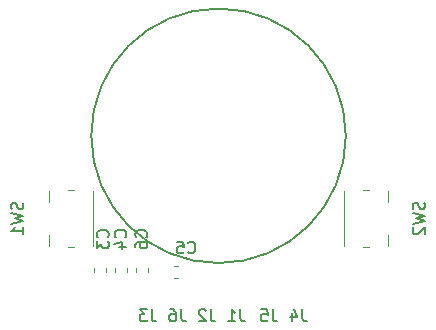
<source format=gbo>
G04 #@! TF.GenerationSoftware,KiCad,Pcbnew,5.0.1*
G04 #@! TF.CreationDate,2019-03-05T21:16:50+01:00*
G04 #@! TF.ProjectId,AnalogWatch,416E616C6F6757617463682E6B696361,rev?*
G04 #@! TF.SameCoordinates,Original*
G04 #@! TF.FileFunction,Legend,Bot*
G04 #@! TF.FilePolarity,Positive*
%FSLAX46Y46*%
G04 Gerber Fmt 4.6, Leading zero omitted, Abs format (unit mm)*
G04 Created by KiCad (PCBNEW 5.0.1) date Di 05 Mär 2019 21:16:50 CET*
%MOMM*%
%LPD*%
G01*
G04 APERTURE LIST*
%ADD10C,0.150000*%
%ADD11C,0.120000*%
G04 APERTURE END LIST*
D10*
G04 #@! TO.C,BT1*
X110776307Y-95500000D02*
G75*
G03X110776307Y-95500000I-10776307J0D01*
G01*
D11*
G04 #@! TO.C,SW1*
X85650000Y-101075000D02*
X85650000Y-100150000D01*
X87775000Y-104950000D02*
X87225000Y-104950000D01*
X87775000Y-100050000D02*
X87225000Y-100050000D01*
X89350000Y-104850000D02*
X89350000Y-100150000D01*
X85650000Y-104850000D02*
X85650000Y-103925000D01*
G04 #@! TO.C,SW2*
X114350000Y-103925000D02*
X114350000Y-104850000D01*
X112225000Y-100050000D02*
X112775000Y-100050000D01*
X112225000Y-104950000D02*
X112775000Y-104950000D01*
X110650000Y-100150000D02*
X110650000Y-104850000D01*
X114350000Y-100150000D02*
X114350000Y-101075000D01*
G04 #@! TO.C,C3*
X89490000Y-106703733D02*
X89490000Y-107046267D01*
X90510000Y-106703733D02*
X90510000Y-107046267D01*
G04 #@! TO.C,C4*
X92260000Y-106703733D02*
X92260000Y-107046267D01*
X91240000Y-106703733D02*
X91240000Y-107046267D01*
G04 #@! TO.C,C5*
X96546267Y-107510000D02*
X96203733Y-107510000D01*
X96546267Y-106490000D02*
X96203733Y-106490000D01*
G04 #@! TO.C,C6*
X92990000Y-106703733D02*
X92990000Y-107046267D01*
X94010000Y-106703733D02*
X94010000Y-107046267D01*
G04 #@! TO.C,J1*
D10*
X101833333Y-110202380D02*
X101833333Y-110916666D01*
X101880952Y-111059523D01*
X101976190Y-111154761D01*
X102119047Y-111202380D01*
X102214285Y-111202380D01*
X100833333Y-111202380D02*
X101404761Y-111202380D01*
X101119047Y-111202380D02*
X101119047Y-110202380D01*
X101214285Y-110345238D01*
X101309523Y-110440476D01*
X101404761Y-110488095D01*
G04 #@! TO.C,J2*
X99333333Y-110202380D02*
X99333333Y-110916666D01*
X99380952Y-111059523D01*
X99476190Y-111154761D01*
X99619047Y-111202380D01*
X99714285Y-111202380D01*
X98904761Y-110297619D02*
X98857142Y-110250000D01*
X98761904Y-110202380D01*
X98523809Y-110202380D01*
X98428571Y-110250000D01*
X98380952Y-110297619D01*
X98333333Y-110392857D01*
X98333333Y-110488095D01*
X98380952Y-110630952D01*
X98952380Y-111202380D01*
X98333333Y-111202380D01*
G04 #@! TO.C,J3*
X94333333Y-110202380D02*
X94333333Y-110916666D01*
X94380952Y-111059523D01*
X94476190Y-111154761D01*
X94619047Y-111202380D01*
X94714285Y-111202380D01*
X93952380Y-110202380D02*
X93333333Y-110202380D01*
X93666666Y-110583333D01*
X93523809Y-110583333D01*
X93428571Y-110630952D01*
X93380952Y-110678571D01*
X93333333Y-110773809D01*
X93333333Y-111011904D01*
X93380952Y-111107142D01*
X93428571Y-111154761D01*
X93523809Y-111202380D01*
X93809523Y-111202380D01*
X93904761Y-111154761D01*
X93952380Y-111107142D01*
G04 #@! TO.C,J4*
X107083333Y-110202380D02*
X107083333Y-110916666D01*
X107130952Y-111059523D01*
X107226190Y-111154761D01*
X107369047Y-111202380D01*
X107464285Y-111202380D01*
X106178571Y-110535714D02*
X106178571Y-111202380D01*
X106416666Y-110154761D02*
X106654761Y-110869047D01*
X106035714Y-110869047D01*
G04 #@! TO.C,J5*
X104583333Y-110202380D02*
X104583333Y-110916666D01*
X104630952Y-111059523D01*
X104726190Y-111154761D01*
X104869047Y-111202380D01*
X104964285Y-111202380D01*
X103630952Y-110202380D02*
X104107142Y-110202380D01*
X104154761Y-110678571D01*
X104107142Y-110630952D01*
X104011904Y-110583333D01*
X103773809Y-110583333D01*
X103678571Y-110630952D01*
X103630952Y-110678571D01*
X103583333Y-110773809D01*
X103583333Y-111011904D01*
X103630952Y-111107142D01*
X103678571Y-111154761D01*
X103773809Y-111202380D01*
X104011904Y-111202380D01*
X104107142Y-111154761D01*
X104154761Y-111107142D01*
G04 #@! TO.C,J6*
X96833333Y-110202380D02*
X96833333Y-110916666D01*
X96880952Y-111059523D01*
X96976190Y-111154761D01*
X97119047Y-111202380D01*
X97214285Y-111202380D01*
X95928571Y-110202380D02*
X96119047Y-110202380D01*
X96214285Y-110250000D01*
X96261904Y-110297619D01*
X96357142Y-110440476D01*
X96404761Y-110630952D01*
X96404761Y-111011904D01*
X96357142Y-111107142D01*
X96309523Y-111154761D01*
X96214285Y-111202380D01*
X96023809Y-111202380D01*
X95928571Y-111154761D01*
X95880952Y-111107142D01*
X95833333Y-111011904D01*
X95833333Y-110773809D01*
X95880952Y-110678571D01*
X95928571Y-110630952D01*
X96023809Y-110583333D01*
X96214285Y-110583333D01*
X96309523Y-110630952D01*
X96357142Y-110678571D01*
X96404761Y-110773809D01*
G04 #@! TO.C,SW1*
X83404761Y-101166666D02*
X83452380Y-101309523D01*
X83452380Y-101547619D01*
X83404761Y-101642857D01*
X83357142Y-101690476D01*
X83261904Y-101738095D01*
X83166666Y-101738095D01*
X83071428Y-101690476D01*
X83023809Y-101642857D01*
X82976190Y-101547619D01*
X82928571Y-101357142D01*
X82880952Y-101261904D01*
X82833333Y-101214285D01*
X82738095Y-101166666D01*
X82642857Y-101166666D01*
X82547619Y-101214285D01*
X82500000Y-101261904D01*
X82452380Y-101357142D01*
X82452380Y-101595238D01*
X82500000Y-101738095D01*
X82452380Y-102071428D02*
X83452380Y-102309523D01*
X82738095Y-102500000D01*
X83452380Y-102690476D01*
X82452380Y-102928571D01*
X83452380Y-103833333D02*
X83452380Y-103261904D01*
X83452380Y-103547619D02*
X82452380Y-103547619D01*
X82595238Y-103452380D01*
X82690476Y-103357142D01*
X82738095Y-103261904D01*
G04 #@! TO.C,SW2*
X117404761Y-101166666D02*
X117452380Y-101309523D01*
X117452380Y-101547619D01*
X117404761Y-101642857D01*
X117357142Y-101690476D01*
X117261904Y-101738095D01*
X117166666Y-101738095D01*
X117071428Y-101690476D01*
X117023809Y-101642857D01*
X116976190Y-101547619D01*
X116928571Y-101357142D01*
X116880952Y-101261904D01*
X116833333Y-101214285D01*
X116738095Y-101166666D01*
X116642857Y-101166666D01*
X116547619Y-101214285D01*
X116500000Y-101261904D01*
X116452380Y-101357142D01*
X116452380Y-101595238D01*
X116500000Y-101738095D01*
X116452380Y-102071428D02*
X117452380Y-102309523D01*
X116738095Y-102500000D01*
X117452380Y-102690476D01*
X116452380Y-102928571D01*
X116547619Y-103261904D02*
X116500000Y-103309523D01*
X116452380Y-103404761D01*
X116452380Y-103642857D01*
X116500000Y-103738095D01*
X116547619Y-103785714D01*
X116642857Y-103833333D01*
X116738095Y-103833333D01*
X116880952Y-103785714D01*
X117452380Y-103214285D01*
X117452380Y-103833333D01*
G04 #@! TO.C,C3*
X90607142Y-104083333D02*
X90654761Y-104035714D01*
X90702380Y-103892857D01*
X90702380Y-103797619D01*
X90654761Y-103654761D01*
X90559523Y-103559523D01*
X90464285Y-103511904D01*
X90273809Y-103464285D01*
X90130952Y-103464285D01*
X89940476Y-103511904D01*
X89845238Y-103559523D01*
X89750000Y-103654761D01*
X89702380Y-103797619D01*
X89702380Y-103892857D01*
X89750000Y-104035714D01*
X89797619Y-104083333D01*
X89702380Y-104416666D02*
X89702380Y-105035714D01*
X90083333Y-104702380D01*
X90083333Y-104845238D01*
X90130952Y-104940476D01*
X90178571Y-104988095D01*
X90273809Y-105035714D01*
X90511904Y-105035714D01*
X90607142Y-104988095D01*
X90654761Y-104940476D01*
X90702380Y-104845238D01*
X90702380Y-104559523D01*
X90654761Y-104464285D01*
X90607142Y-104416666D01*
G04 #@! TO.C,C4*
X92107142Y-104083333D02*
X92154761Y-104035714D01*
X92202380Y-103892857D01*
X92202380Y-103797619D01*
X92154761Y-103654761D01*
X92059523Y-103559523D01*
X91964285Y-103511904D01*
X91773809Y-103464285D01*
X91630952Y-103464285D01*
X91440476Y-103511904D01*
X91345238Y-103559523D01*
X91250000Y-103654761D01*
X91202380Y-103797619D01*
X91202380Y-103892857D01*
X91250000Y-104035714D01*
X91297619Y-104083333D01*
X91535714Y-104940476D02*
X92202380Y-104940476D01*
X91154761Y-104702380D02*
X91869047Y-104464285D01*
X91869047Y-105083333D01*
G04 #@! TO.C,C5*
X97416666Y-105357142D02*
X97464285Y-105404761D01*
X97607142Y-105452380D01*
X97702380Y-105452380D01*
X97845238Y-105404761D01*
X97940476Y-105309523D01*
X97988095Y-105214285D01*
X98035714Y-105023809D01*
X98035714Y-104880952D01*
X97988095Y-104690476D01*
X97940476Y-104595238D01*
X97845238Y-104500000D01*
X97702380Y-104452380D01*
X97607142Y-104452380D01*
X97464285Y-104500000D01*
X97416666Y-104547619D01*
X96511904Y-104452380D02*
X96988095Y-104452380D01*
X97035714Y-104928571D01*
X96988095Y-104880952D01*
X96892857Y-104833333D01*
X96654761Y-104833333D01*
X96559523Y-104880952D01*
X96511904Y-104928571D01*
X96464285Y-105023809D01*
X96464285Y-105261904D01*
X96511904Y-105357142D01*
X96559523Y-105404761D01*
X96654761Y-105452380D01*
X96892857Y-105452380D01*
X96988095Y-105404761D01*
X97035714Y-105357142D01*
G04 #@! TO.C,C6*
X93857142Y-104083333D02*
X93904761Y-104035714D01*
X93952380Y-103892857D01*
X93952380Y-103797619D01*
X93904761Y-103654761D01*
X93809523Y-103559523D01*
X93714285Y-103511904D01*
X93523809Y-103464285D01*
X93380952Y-103464285D01*
X93190476Y-103511904D01*
X93095238Y-103559523D01*
X93000000Y-103654761D01*
X92952380Y-103797619D01*
X92952380Y-103892857D01*
X93000000Y-104035714D01*
X93047619Y-104083333D01*
X92952380Y-104940476D02*
X92952380Y-104750000D01*
X93000000Y-104654761D01*
X93047619Y-104607142D01*
X93190476Y-104511904D01*
X93380952Y-104464285D01*
X93761904Y-104464285D01*
X93857142Y-104511904D01*
X93904761Y-104559523D01*
X93952380Y-104654761D01*
X93952380Y-104845238D01*
X93904761Y-104940476D01*
X93857142Y-104988095D01*
X93761904Y-105035714D01*
X93523809Y-105035714D01*
X93428571Y-104988095D01*
X93380952Y-104940476D01*
X93333333Y-104845238D01*
X93333333Y-104654761D01*
X93380952Y-104559523D01*
X93428571Y-104511904D01*
X93523809Y-104464285D01*
G04 #@! TD*
M02*

</source>
